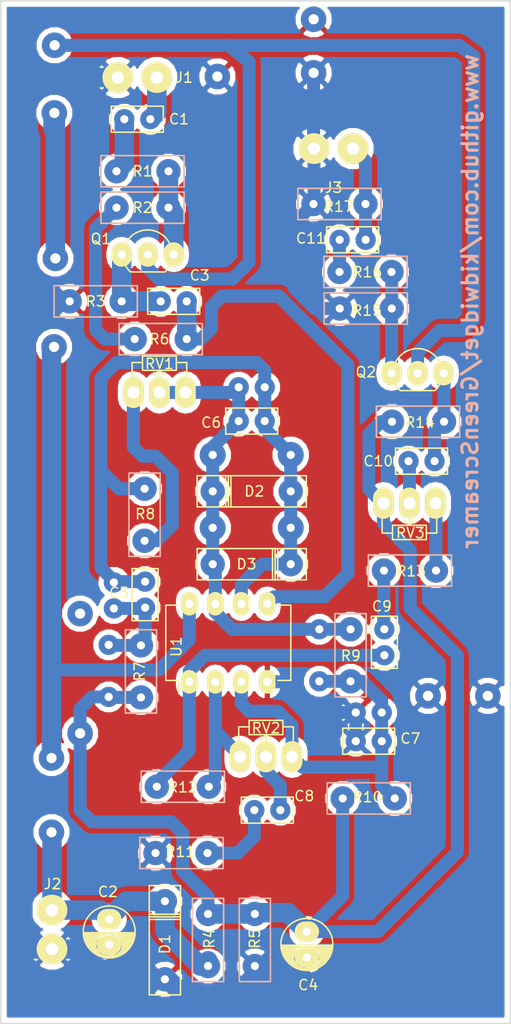
<source format=kicad_pcb>
(kicad_pcb (version 4) (host pcbnew 4.0.2+dfsg1-stable)
  (layers (0 F.Cu signal) (31 B.Cu signal) (34 B.Paste user) (35 F.Paste user) (36 B.SilkS user) (37 F.SilkS user) (38 B.Mask user) (39 F.Mask user) (44 Edge.Cuts user))
  (net 0 "")
  (net 1 "Net-(C1-Pad1)")
  (net 2 "Net-(C1-Pad2)")
  (net 3 +9V)
  (net 4 GNDREF)
  (net 5 "Net-(C3-Pad1)")
  (net 6 "Net-(C3-Pad2)")
  (net 7 /4v5)
  (net 8 "Net-(C5-Pad1)")
  (net 9 "Net-(C5-Pad2)")
  (net 10 "Net-(C6-Pad1)")
  (net 11 "Net-(C7-Pad1)")
  (net 12 "Net-(C8-Pad1)")
  (net 13 "Net-(C8-Pad2)")
  (net 14 "Net-(C9-Pad1)")
  (net 15 "Net-(C9-Pad2)")
  (net 16 "Net-(C10-Pad1)")
  (net 17 "Net-(C10-Pad2)")
  (net 18 "Net-(C11-Pad1)")
  (net 19 "Net-(C11-Pad2)")
  (net 20 "Net-(Q1-Pad3)")
  (net 21 "Net-(Q2-Pad1)")
  (net 22 "Net-(R8-Pad1)")
  (net 23 "Net-(R12-Pad2)")
  (net 24 "Net-(R13-Pad1)")
  (module Wire_Pads:SolderWirePad_single_0-8mmDrill (layer F.Cu) (at 138.684 126.492)
    (fp_text reference REF** hide)
    (fp_text value SolderWirePad_single_0-8mmDrill hide)
    (pad 1 thru_hole circle (at 0 0) (size 1.984375 1.984375) (drill 0.8001) (layers *.Cu *.Mask) (net 11 "Net-(C7-Pad1)"))
  )
  (module Wire_Pads:SolderWirePad_single_0-8mmDrill (layer F.Cu) (at 136.144 126.492)
    (fp_text reference REF** hide)
    (fp_text value SolderWirePad_single_0-8mmDrill hide)
    (pad 1 thru_hole circle (at 0 0) (size 1.984375 1.984375) (drill 0.8001) (layers *.Cu *.Mask) (net 4 GNDREF))
  )
  (module Wire_Pads:SolderWirePad_single_0-8mmDrill (layer F.Cu) (at 132.588 123.444)
    (fp_text reference REF** hide)
    (fp_text value SolderWirePad_single_0-8mmDrill hide)
    (pad 1 thru_hole circle (at 0 0) (size 1.984375 1.984375) (drill 0.8001) (layers *.Cu *.Mask) (net 11 "Net-(C7-Pad1)"))
  )
  (module Wire_Pads:SolderWirePad_single_0-8mmDrill (layer F.Cu) (at 132.588 118.364)
    (fp_text reference REF** hide)
    (fp_text value SolderWirePad_single_0-8mmDrill hide)
    (pad 1 thru_hole circle (at 0 0) (size 1.984375 1.984375) (drill 0.8001) (layers *.Cu *.Mask) (net 10 "Net-(C6-Pad1)"))
  )
  (module Wire_Pads:SolderWirePad_single_0-8mmDrill (layer F.Cu) (at 112.014 124.968)
    (fp_text reference REF** hide)
    (fp_text value SolderWirePad_single_0-8mmDrill hide)
    (pad 1 thru_hole circle (at 0 0) (size 1.984375 1.984375) (drill 0.8001) (layers *.Cu *.Mask) (net 7 /4v5))
  )
  (module Wire_Pads:SolderWirePad_single_0-8mmDrill (layer F.Cu) (at 112.014 119.888)
    (fp_text reference REF** hide)
    (fp_text value SolderWirePad_single_0-8mmDrill hide)
    (pad 1 thru_hole circle (at 0 0) (size 1.984375 1.984375) (drill 0.8001) (layers *.Cu *.Mask) (net 8 "Net-(C5-Pad1)"))
  )
  (module Wire_Pads:SolderWirePad_single_0-8mmDrill (layer F.Cu) (at 112.522 116.332)
    (fp_text reference REF** hide)
    (fp_text value SolderWirePad_single_0-8mmDrill hide)
    (pad 1 thru_hole circle (at 0 0) (size 1.984375 1.984375) (drill 0.8001) (layers *.Cu *.Mask) (net 8 "Net-(C5-Pad1)"))
  )
  (module Wire_Pads:SolderWirePad_single_0-8mmDrill (layer F.Cu) (at 112.522 113.792)
    (fp_text reference REF** hide)
    (fp_text value SolderWirePad_single_0-8mmDrill hide)
    (pad 1 thru_hole circle (at 0 0) (size 1.984375 1.984375) (drill 0.8001) (layers *.Cu *.Mask) (net 9 "Net-(C5-Pad2)"))
  )
  (module Wire_Pads:SolderWirePad_single_0-8mmDrill (layer F.Cu) (at 127.254 94.742)
    (fp_text reference REF** hide)
    (fp_text value SolderWirePad_single_0-8mmDrill hide)
    (pad 1 thru_hole circle (at 0 0) (size 1.984375 1.984375) (drill 0.8001) (layers *.Cu *.Mask) (net 9 "Net-(C5-Pad2)"))
  )
  (module Wire_Pads:SolderWirePad_single_0-8mmDrill (layer F.Cu) (at 124.714 94.742)
    (fp_text reference REF** hide)
    (fp_text value SolderWirePad_single_0-8mmDrill hide)
    (pad 1 thru_hole circle (at 0 0) (size 1.984375 1.984375) (drill 0.8001) (layers *.Cu *.Mask) (net 10 "Net-(C6-Pad1)"))
  )
  (module Wire_Pads:SolderWirePad_single_0-8mmDrill (layer F.Cu) (at 129.794 101.346)
    (fp_text reference REF** hide)
    (fp_text value SolderWirePad_single_0-8mmDrill hide)
    (pad 1 thru_hole circle (at 0 0) (size 2.54 2.54) (drill 0.8001) (layers *.Cu *.Mask) (net 9 "Net-(C5-Pad2)"))
  )
  (module Wire_Pads:SolderWirePad_single_0-8mmDrill (layer F.Cu) (at 122.174 101.346)
    (fp_text reference REF** hide)
    (fp_text value SolderWirePad_single_0-8mmDrill hide)
    (pad 1 thru_hole circle (at 0 0) (size 2.54 2.54) (drill 0.8001) (layers *.Cu *.Mask) (net 10 "Net-(C6-Pad1)"))
  )
  (module Wire_Pads:SolderWirePad_single_0-8mmDrill (layer F.Cu) (at 129.794 108.458)
    (fp_text reference REF** hide)
    (fp_text value SolderWirePad_single_0-8mmDrill hide)
    (pad 1 thru_hole circle (at 0 0) (size 2.54 2.54) (drill 0.8001) (layers *.Cu *.Mask) (net 9 "Net-(C5-Pad2)"))
  )
  (module Wire_Pads:SolderWirePad_single_1mmDrill (layer F.Cu) (at 143.2052 124.8664)
    (fp_text reference REF** hide)
    (fp_text value SolderWirePad_single_1mmDrill hide)
    (pad 1 thru_hole circle (at 0 0) (size 2.49936 2.49936) (drill 1.00076) (layers *.Cu *.Mask) (net 4 GNDREF))
  )
  (module Wire_Pads:SolderWirePad_single_1mmDrill (layer F.Cu) (at 149.0472 124.8664)
    (fp_text reference REF** hide)
    (fp_text value SolderWirePad_single_1mmDrill hide)
    (pad 1 thru_hole circle (at 0 0) (size 2.49936 2.49936) (drill 1.00076) (layers *.Cu *.Mask) (net 4 GNDREF))
  )
  (module Wire_Pads:SolderWirePad_single_1mmDrill (layer F.Cu) (at 122.6312 64.4144)
    (fp_text reference REF** hide)
    (fp_text value SolderWirePad_single_1mmDrill hide)
    (pad 1 thru_hole circle (at 0 0) (size 2.49936 2.49936) (drill 1.00076) (layers *.Cu *.Mask) (net 4 GNDREF))
  )
  (module Wire_Pads:SolderWirePad_single_1mmDrill (layer F.Cu) (at 109.22 128.524)
    (fp_text reference REF** hide)
    (fp_text value SolderWirePad_single_1mmDrill hide)
    (pad 1 thru_hole circle (at 0 0) (size 2.49936 2.49936) (drill 1.00076) (layers *.Cu *.Mask) (net 7 /4v5))
  )
  (module Wire_Pads:SolderWirePad_single_1mmDrill (layer F.Cu) (at 109.22 116.84)
    (fp_text reference REF** hide)
    (fp_text value SolderWirePad_single_1mmDrill hide)
    (pad 1 thru_hole circle (at 0 0) (size 2.49936 2.49936) (drill 1.00076) (layers *.Cu *.Mask) (net 7 /4v5))
  )
  (module Wire_Pads:SolderWirePad_single_1mmDrill (layer F.Cu) (at 132.0292 58.8264)
    (fp_text reference REF** hide)
    (fp_text value SolderWirePad_single_1mmDrill hide)
    (pad 1 thru_hole circle (at 0 0) (size 2.49936 2.49936) (drill 1.00076) (layers *.Cu *.Mask) (net 4 GNDREF))
  )
  (module Wire_Pads:SolderWirePad_single_1mmDrill (layer F.Cu) (at 106.7308 61.3664)
    (fp_text reference REF** hide)
    (fp_text value SolderWirePad_single_1mmDrill hide)
    (pad 1 thru_hole circle (at 0 0) (size 2.49936 2.49936) (drill 1.00076) (layers *.Cu *.Mask) (net 3 +9V))
  )
  (module Wire_Pads:SolderWirePad_single_1mmDrill (layer F.Cu) (at 106.7054 67.9704)
    (fp_text reference REF** hide)
    (fp_text value SolderWirePad_single_1mmDrill hide)
    (pad 1 thru_hole circle (at 0 0) (size 2.49936 2.49936) (drill 1.00076) (layers *.Cu *.Mask) (net 3 +9V))
  )
  (module Wire_Pads:SolderWirePad_single_1mmDrill (layer F.Cu) (at 106.807 82.169)
    (fp_text reference REF** hide)
    (fp_text value SolderWirePad_single_1mmDrill hide)
    (pad 1 thru_hole circle (at 0 0) (size 2.49936 2.49936) (drill 1.00076) (layers *.Cu *.Mask) (net 3 +9V))
  )
  (module Wire_Pads:SolderWirePad_single_1mmDrill (layer F.Cu) (at 106.68 90.805)
    (fp_text reference REF** hide)
    (fp_text value SolderWirePad_single_1mmDrill hide)
    (pad 1 thru_hole circle (at 0 0) (size 2.49936 2.49936) (drill 1.00076) (layers *.Cu *.Mask) (net 3 +9V))
  )
  (module Wire_Pads:SolderWirePad_single_1mmDrill (layer F.Cu) (at 106.426 130.937)
    (fp_text reference REF** hide)
    (fp_text value SolderWirePad_single_1mmDrill hide)
    (pad 1 thru_hole circle (at 0 0) (size 2.49936 2.49936) (drill 1.00076) (layers *.Cu *.Mask) (net 3 +9V))
  )
  (module CustomFootprints:Capacitor1 (layer F.Cu) (at 114.808 68.58)
    (fp_text reference C1 (at 4.064 0) (layer F.SilkS))
    (fp_text value .027uF)
    (pad 1 thru_hole circle (at -1.27 0) (size 1.984375 1.984375) (drill 0.79375) (layers *.Cu *.Mask) (net 1 "Net-(C1-Pad1)"))
    (pad 2 thru_hole circle (at 1.27 0) (size 1.984375 1.984375) (drill 0.79375) (layers *.Cu *.Mask) (net 2 "Net-(C1-Pad2)"))
  )
  (module CustomFootprints:C_Radial_D5_L6_P2.5 (layer F.Cu) (at 112.0648 146.6596 270)
    (fp_text reference C2 (at -2.667 0.127 360) (layer F.SilkS))
    (fp_text value 100uF)
    (pad 1 thru_hole oval (at 0 0 270) (size 1.984375 2.38125) (drill 0.79375) (layers *.Cu *.Mask F.SilkS) (net 3 +9V))
    (pad 2 thru_hole oval (at 2.5 0 270) (size 1.984375 2.38125) (drill 0.79375) (layers *.Cu *.Mask F.SilkS) (net 4 GNDREF))
  )
  (module CustomFootprints:Capacitor1 (layer F.Cu) (at 118.364 86.36 180)
    (fp_text reference C3 (at -2.54 2.54 180) (layer F.SilkS))
    (fp_text value 1uF)
    (pad 1 thru_hole circle (at -1.27 0 180) (size 1.984375 1.984375) (drill 0.79375) (layers *.Cu *.Mask) (net 5 "Net-(C3-Pad1)"))
    (pad 2 thru_hole circle (at 1.27 0 180) (size 1.984375 1.984375) (drill 0.79375) (layers *.Cu *.Mask) (net 6 "Net-(C3-Pad2)"))
  )
  (module CustomFootprints:C_Radial_D5_L6_P2.5 (layer F.Cu) (at 131.3688 147.8788 270)
    (fp_text reference C4 (at 5.207 -0.127 360) (layer F.SilkS))
    (fp_text value 47uF)
    (pad 1 thru_hole oval (at 0 0 270) (size 1.984375 2.38125) (drill 0.79375) (layers *.Cu *.Mask F.SilkS) (net 7 /4v5))
    (pad 2 thru_hole oval (at 2.5 0 270) (size 1.984375 2.38125) (drill 0.79375) (layers *.Cu *.Mask F.SilkS) (net 4 GNDREF))
  )
  (module CustomFootprints:Capacitor1 (layer F.Cu) (at 115.57 114.9858 90)
    (fp_text reference C5 (at 0.1778 -2.54 180) (layer F.SilkS))
    (fp_text value .047uF)
    (pad 1 thru_hole circle (at -1.27 0 90) (size 1.984375 1.984375) (drill 0.79375) (layers *.Cu *.Mask) (net 8 "Net-(C5-Pad1)"))
    (pad 2 thru_hole circle (at 1.27 0 90) (size 1.984375 1.984375) (drill 0.79375) (layers *.Cu *.Mask) (net 9 "Net-(C5-Pad2)"))
  )
  (module CustomFootprints:Capacitor1 (layer F.Cu) (at 125.984 98.044)
    (fp_text reference C6 (at -3.9624 0.1524) (layer F.SilkS))
    (fp_text value 51pF)
    (pad 1 thru_hole circle (at -1.27 0) (size 1.984375 1.984375) (drill 0.79375) (layers *.Cu *.Mask) (net 10 "Net-(C6-Pad1)"))
    (pad 2 thru_hole circle (at 1.27 0) (size 1.984375 1.984375) (drill 0.79375) (layers *.Cu *.Mask) (net 9 "Net-(C5-Pad2)"))
  )
  (module CustomFootprints:Capacitor1 (layer F.Cu) (at 137.414 129.286 180)
    (fp_text reference C7 (at -4.064 0.254 180) (layer F.SilkS))
    (fp_text value ".22uf Tant")
    (pad 1 thru_hole circle (at -1.27 0 180) (size 1.984375 1.984375) (drill 0.79375) (layers *.Cu *.Mask) (net 11 "Net-(C7-Pad1)"))
    (pad 2 thru_hole circle (at 1.27 0 180) (size 1.984375 1.984375) (drill 0.79375) (layers *.Cu *.Mask) (net 4 GNDREF))
  )
  (module CustomFootprints:Capacitor1 (layer F.Cu) (at 127.508 136.017 180)
    (fp_text reference C8 (at -3.6068 1.3716 180) (layer F.SilkS))
    (fp_text value ".22uf Tant")
    (pad 1 thru_hole circle (at -1.27 0 180) (size 1.984375 1.984375) (drill 0.79375) (layers *.Cu *.Mask) (net 12 "Net-(C8-Pad1)"))
    (pad 2 thru_hole circle (at 1.27 0 180) (size 1.984375 1.984375) (drill 0.79375) (layers *.Cu *.Mask) (net 13 "Net-(C8-Pad2)"))
  )
  (module CustomFootprints:Capacitor1 (layer F.Cu) (at 138.938 119.634 270)
    (fp_text reference C9 (at -3.5052 0.2413 360) (layer F.SilkS))
    (fp_text value 1uF)
    (pad 1 thru_hole circle (at -1.27 0 270) (size 1.984375 1.984375) (drill 0.79375) (layers *.Cu *.Mask) (net 14 "Net-(C9-Pad1)"))
    (pad 2 thru_hole circle (at 1.27 0 270) (size 1.984375 1.984375) (drill 0.79375) (layers *.Cu *.Mask) (net 15 "Net-(C9-Pad2)"))
  )
  (module CustomFootprints:Capacitor1 (layer F.Cu) (at 142.5702 101.9556 180)
    (fp_text reference C10 (at 4.2291 0 180) (layer F.SilkS))
    (fp_text value .1uF)
    (pad 1 thru_hole circle (at -1.27 0 180) (size 1.984375 1.984375) (drill 0.79375) (layers *.Cu *.Mask) (net 16 "Net-(C10-Pad1)"))
    (pad 2 thru_hole circle (at 1.27 0 180) (size 1.984375 1.984375) (drill 0.79375) (layers *.Cu *.Mask) (net 17 "Net-(C10-Pad2)"))
  )
  (module CustomFootprints:Capacitor1 (layer F.Cu) (at 135.8392 80.3529)
    (fp_text reference C11 (at -4.0767 -0.1397) (layer F.SilkS))
    (fp_text value 10uF)
    (pad 1 thru_hole circle (at -1.27 0) (size 1.984375 1.984375) (drill 0.79375) (layers *.Cu *.Mask) (net 18 "Net-(C11-Pad1)"))
    (pad 2 thru_hole circle (at 1.27 0) (size 1.984375 1.984375) (drill 0.79375) (layers *.Cu *.Mask) (net 19 "Net-(C11-Pad2)"))
  )
  (module CustomFootprints:diode3 (layer F.Cu) (at 117.5004 148.717 270)
    (fp_text reference D1 (at 0.381 0 270) (layer F.SilkS))
    (fp_text value 1N4003)
    (pad 1 thru_hole circle (at -3.81 0 270) (size 2.38125 2.38125) (drill 0.79375) (layers *.Cu *.Mask) (net 3 +9V))
    (pad 2 thru_hole circle (at 3.81 0 270) (size 2.38125 2.38125) (drill 0.79375) (layers *.Cu *.Mask) (net 4 GNDREF))
  )
  (module CustomFootprints:diode3 (layer F.Cu) (at 125.984 104.902)
    (fp_text reference D2 (at 0.254 0) (layer F.SilkS))
    (fp_text value 1N914)
    (pad 1 thru_hole circle (at -3.81 0) (size 2.38125 2.38125) (drill 0.79375) (layers *.Cu *.Mask) (net 10 "Net-(C6-Pad1)"))
    (pad 2 thru_hole circle (at 3.81 0) (size 2.38125 2.38125) (drill 0.79375) (layers *.Cu *.Mask) (net 9 "Net-(C5-Pad2)"))
  )
  (module CustomFootprints:diode3 (layer F.Cu) (at 125.984 112.014 180)
    (fp_text reference D3 (at 0.508 0 180) (layer F.SilkS))
    (fp_text value 1N914)
    (pad 1 thru_hole circle (at -3.81 0 180) (size 2.38125 2.38125) (drill 0.79375) (layers *.Cu *.Mask) (net 9 "Net-(C5-Pad2)"))
    (pad 2 thru_hole circle (at 3.81 0 180) (size 2.38125 2.38125) (drill 0.79375) (layers *.Cu *.Mask) (net 10 "Net-(C6-Pad1)"))
  )
  (module CustomFootprints:MonoJackRemote (layer F.Cu) (at 114.808 64.516 180)
    (fp_text reference J1 (at -4.572 0 180) (layer F.SilkS))
    (fp_text value JackMono)
    (pad 1 thru_hole circle (at -1.905 0 180) (size 2.99974 2.99974) (drill 1.19888) (layers *.Cu *.Mask F.SilkS) (net 2 "Net-(C1-Pad2)"))
    (pad 2 thru_hole circle (at 1.905 0 180) (size 2.99974 2.99974) (drill 1.19888) (layers *.Cu *.Mask F.SilkS) (net 4 GNDREF))
  )
  (module CustomFootprints:MonoJackRemote (layer F.Cu) (at 106.4768 147.6756 270)
    (fp_text reference J2 (at -4.445 -0.0508 360) (layer F.SilkS))
    (fp_text value JackMono)
    (pad 1 thru_hole circle (at -1.905 0 270) (size 2.99974 2.99974) (drill 1.19888) (layers *.Cu *.Mask F.SilkS) (net 3 +9V))
    (pad 2 thru_hole circle (at 1.905 0 270) (size 2.99974 2.99974) (drill 1.19888) (layers *.Cu *.Mask F.SilkS) (net 4 GNDREF))
  )
  (module CustomFootprints:MonoJackRemote (layer F.Cu) (at 133.9723 71.4502 180)
    (fp_text reference J3 (at 0 -3.81 180) (layer F.SilkS))
    (fp_text value JackMono)
    (pad 1 thru_hole circle (at -1.905 0 180) (size 2.99974 2.99974) (drill 1.19888) (layers *.Cu *.Mask F.SilkS) (net 19 "Net-(C11-Pad2)"))
    (pad 2 thru_hole circle (at 1.905 0 180) (size 2.99974 2.99974) (drill 1.19888) (layers *.Cu *.Mask F.SilkS) (net 4 GNDREF))
  )
  (module CustomFootprints:TO-92_Inline_Wide_Oval (layer F.Cu) (at 113.284 81.788)
    (fp_text reference Q1 (at -2.032 -1.524 180) (layer F.SilkS))
    (fp_text value KSC1518)
    (pad 2 thru_hole oval (at 2.54 0 90) (size 2.38125 1.984375) (drill 0.79375) (layers *.Cu *.Mask F.SilkS) (net 3 +9V))
    (pad 3 thru_hole oval (at 5.08 0 90) (size 2.38125 1.984375) (drill 0.79375) (layers *.Cu *.Mask F.SilkS) (net 20 "Net-(Q1-Pad3)"))
    (pad 1 thru_hole oval (at 0 0 90) (size 2.38125 1.984375) (drill 0.79375) (layers *.Cu *.Mask F.SilkS) (net 6 "Net-(C3-Pad2)"))
  )
  (module CustomFootprints:TO-92_Inline_Wide_Oval (layer F.Cu) (at 139.6492 93.3704)
    (fp_text reference Q2 (at -2.5146 -0.1016 180) (layer F.SilkS))
    (fp_text value KSC1518)
    (pad 2 thru_hole oval (at 2.54 0 90) (size 2.38125 1.984375) (drill 0.79375) (layers *.Cu *.Mask F.SilkS) (net 3 +9V))
    (pad 3 thru_hole oval (at 5.08 0 90) (size 2.38125 1.984375) (drill 0.79375) (layers *.Cu *.Mask F.SilkS) (net 16 "Net-(C10-Pad1)"))
    (pad 1 thru_hole oval (at 0 0 90) (size 2.38125 1.984375) (drill 0.79375) (layers *.Cu *.Mask F.SilkS) (net 21 "Net-(Q2-Pad1)"))
  )
  (module CustomFootprints:Resistor2 (layer F.Cu) (at 115.316 73.66 180)
    (fp_text reference R1 (at 0 0 180) (layer F.SilkS))
    (fp_text value 1k)
    (pad 1 thru_hole circle (at -2.54 0 180) (size 2.38125 2.38125) (drill 0.79375) (layers *.Cu *.Mask) (net 20 "Net-(Q1-Pad3)"))
    (pad 2 thru_hole circle (at 2.54 0 180) (size 2.38125 2.38125) (drill 0.79375) (layers *.Cu *.Mask) (net 1 "Net-(C1-Pad1)"))
  )
  (module CustomFootprints:Resistor2 (layer F.Cu) (at 115.316 77.216 180)
    (fp_text reference R2 (at 0 0 180) (layer F.SilkS))
    (fp_text value 510k)
    (pad 1 thru_hole circle (at -2.54 0 180) (size 2.38125 2.38125) (drill 0.79375) (layers *.Cu *.Mask) (net 20 "Net-(Q1-Pad3)"))
    (pad 2 thru_hole circle (at 2.54 0 180) (size 2.38125 2.38125) (drill 0.79375) (layers *.Cu *.Mask) (net 7 /4v5))
  )
  (module CustomFootprints:Resistor2 (layer F.Cu) (at 110.744 86.36 180)
    (fp_text reference R3 (at 0 0 180) (layer F.SilkS))
    (fp_text value 10k)
    (pad 1 thru_hole circle (at -2.54 0 180) (size 2.38125 2.38125) (drill 0.79375) (layers *.Cu *.Mask) (net 6 "Net-(C3-Pad2)"))
    (pad 2 thru_hole circle (at 2.54 0 180) (size 2.38125 2.38125) (drill 0.79375) (layers *.Cu *.Mask) (net 4 GNDREF))
  )
  (module CustomFootprints:Resistor2 (layer F.Cu) (at 121.7168 148.6916 90)
    (fp_text reference R4 (at 0.127 0.127 90) (layer F.SilkS))
    (fp_text value 10k)
    (pad 1 thru_hole circle (at -2.54 0 90) (size 2.38125 2.38125) (drill 0.79375) (layers *.Cu *.Mask) (net 3 +9V))
    (pad 2 thru_hole circle (at 2.54 0 90) (size 2.38125 2.38125) (drill 0.79375) (layers *.Cu *.Mask) (net 7 /4v5))
  )
  (module CustomFootprints:Resistor2 (layer F.Cu) (at 126.2888 148.6916 270)
    (fp_text reference R5 (at -0.127 0 270) (layer F.SilkS))
    (fp_text value 10k)
    (pad 1 thru_hole circle (at -2.54 0 270) (size 2.38125 2.38125) (drill 0.79375) (layers *.Cu *.Mask) (net 7 /4v5))
    (pad 2 thru_hole circle (at 2.54 0 270) (size 2.38125 2.38125) (drill 0.79375) (layers *.Cu *.Mask) (net 4 GNDREF))
  )
  (module CustomFootprints:Resistor2 (layer F.Cu) (at 117.094 90.043 180)
    (fp_text reference R6 (at 0.127 0 180) (layer F.SilkS))
    (fp_text value 10k)
    (pad 1 thru_hole circle (at -2.54 0 180) (size 2.38125 2.38125) (drill 0.79375) (layers *.Cu *.Mask) (net 5 "Net-(C3-Pad1)"))
    (pad 2 thru_hole circle (at 2.54 0 180) (size 2.38125 2.38125) (drill 0.79375) (layers *.Cu *.Mask) (net 7 /4v5))
  )
  (module CustomFootprints:Resistor2 (layer F.Cu) (at 115.1636 122.4788 270)
    (fp_text reference R7 (at 0 0.127 270) (layer F.SilkS))
    (fp_text value 4.7k)
    (pad 1 thru_hole circle (at -2.54 0 270) (size 2.38125 2.38125) (drill 0.79375) (layers *.Cu *.Mask) (net 8 "Net-(C5-Pad1)"))
    (pad 2 thru_hole circle (at 2.54 0 270) (size 2.38125 2.38125) (drill 0.79375) (layers *.Cu *.Mask) (net 7 /4v5))
  )
  (module CustomFootprints:Resistor2 (layer F.Cu) (at 115.5192 107.188 90)
    (fp_text reference R8 (at 0.0635 0.0635 180) (layer F.SilkS))
    (fp_text value 51k)
    (pad 1 thru_hole circle (at -2.54 0 90) (size 2.38125 2.38125) (drill 0.79375) (layers *.Cu *.Mask) (net 22 "Net-(R8-Pad1)"))
    (pad 2 thru_hole circle (at 2.54 0 90) (size 2.38125 2.38125) (drill 0.79375) (layers *.Cu *.Mask) (net 9 "Net-(C5-Pad2)"))
  )
  (module CustomFootprints:Resistor2 (layer F.Cu) (at 135.636 120.904 90)
    (fp_text reference R9 (at -0.0508 0.0254 180) (layer F.SilkS))
    (fp_text value 1k)
    (pad 1 thru_hole circle (at -2.54 0 90) (size 2.38125 2.38125) (drill 0.79375) (layers *.Cu *.Mask) (net 11 "Net-(C7-Pad1)"))
    (pad 2 thru_hole circle (at 2.54 0 90) (size 2.38125 2.38125) (drill 0.79375) (layers *.Cu *.Mask) (net 10 "Net-(C6-Pad1)"))
  )
  (module CustomFootprints:Resistor2 (layer F.Cu) (at 137.414 134.874 180)
    (fp_text reference R10 (at 0.127 0.127 180) (layer F.SilkS))
    (fp_text value 10k)
    (pad 1 thru_hole circle (at -2.54 0 180) (size 2.38125 2.38125) (drill 0.79375) (layers *.Cu *.Mask) (net 11 "Net-(C7-Pad1)"))
    (pad 2 thru_hole circle (at 2.54 0 180) (size 2.38125 2.38125) (drill 0.79375) (layers *.Cu *.Mask) (net 7 /4v5))
  )
  (module CustomFootprints:Resistor2 (layer F.Cu) (at 119.126 140.208 180)
    (fp_text reference R11 (at 0.127 0.127 180) (layer F.SilkS))
    (fp_text value 220)
    (pad 1 thru_hole circle (at -2.54 0 180) (size 2.38125 2.38125) (drill 0.79375) (layers *.Cu *.Mask) (net 13 "Net-(C8-Pad2)"))
    (pad 2 thru_hole circle (at 2.54 0 180) (size 2.38125 2.38125) (drill 0.79375) (layers *.Cu *.Mask) (net 4 GNDREF))
  )
  (module CustomFootprints:Resistor2 (layer F.Cu) (at 119.253 133.731)
    (fp_text reference R12 (at 0 0.0508 180) (layer F.SilkS))
    (fp_text value 1k)
    (pad 1 thru_hole circle (at -2.54 0) (size 2.38125 2.38125) (drill 0.79375) (layers *.Cu *.Mask) (net 15 "Net-(C9-Pad2)"))
    (pad 2 thru_hole circle (at 2.54 0) (size 2.38125 2.38125) (drill 0.79375) (layers *.Cu *.Mask) (net 23 "Net-(R12-Pad2)"))
  )
  (module CustomFootprints:Resistor2 (layer F.Cu) (at 141.4399 112.6363 180)
    (fp_text reference R13 (at -0.1143 -0.0635 180) (layer F.SilkS))
    (fp_text value 1k)
    (pad 1 thru_hole circle (at -2.54 0 180) (size 2.38125 2.38125) (drill 0.79375) (layers *.Cu *.Mask) (net 24 "Net-(R13-Pad1)"))
    (pad 2 thru_hole circle (at 2.54 0 180) (size 2.38125 2.38125) (drill 0.79375) (layers *.Cu *.Mask) (net 14 "Net-(C9-Pad1)"))
  )
  (module CustomFootprints:Resistor2 (layer F.Cu) (at 142.2273 98.1075)
    (fp_text reference R14 (at 0.1905 0.0762) (layer F.SilkS))
    (fp_text value 510k)
    (pad 1 thru_hole circle (at -2.54 0) (size 2.38125 2.38125) (drill 0.79375) (layers *.Cu *.Mask) (net 7 /4v5))
    (pad 2 thru_hole circle (at 2.54 0) (size 2.38125 2.38125) (drill 0.79375) (layers *.Cu *.Mask) (net 16 "Net-(C10-Pad1)"))
  )
  (module CustomFootprints:Resistor2 (layer F.Cu) (at 137.1219 87.0585)
    (fp_text reference R15 (at 0.127 0.2032) (layer F.SilkS))
    (fp_text value 10k)
    (pad 1 thru_hole circle (at -2.54 0) (size 2.38125 2.38125) (drill 0.79375) (layers *.Cu *.Mask) (net 4 GNDREF))
    (pad 2 thru_hole circle (at 2.54 0) (size 2.38125 2.38125) (drill 0.79375) (layers *.Cu *.Mask) (net 21 "Net-(Q2-Pad1)"))
  )
  (module CustomFootprints:Resistor2 (layer F.Cu) (at 137.0965 83.4898 180)
    (fp_text reference R16 (at -0.1778 -0.0254 180) (layer F.SilkS))
    (fp_text value 100)
    (pad 1 thru_hole circle (at -2.54 0 180) (size 2.38125 2.38125) (drill 0.79375) (layers *.Cu *.Mask) (net 21 "Net-(Q2-Pad1)"))
    (pad 2 thru_hole circle (at 2.54 0 180) (size 2.38125 2.38125) (drill 0.79375) (layers *.Cu *.Mask) (net 18 "Net-(C11-Pad1)"))
  )
  (module CustomFootprints:Resistor2 (layer F.Cu) (at 134.5565 76.8604)
    (fp_text reference R17 (at -0.0762 0.254) (layer F.SilkS))
    (fp_text value 10k)
    (pad 1 thru_hole circle (at -2.54 0) (size 2.38125 2.38125) (drill 0.79375) (layers *.Cu *.Mask) (net 4 GNDREF))
    (pad 2 thru_hole circle (at 2.54 0) (size 2.38125 2.38125) (drill 0.79375) (layers *.Cu *.Mask) (net 19 "Net-(C11-Pad2)"))
  )
  (module CustomFootprints:Potentiometer_WirePads_Small_Oval (layer F.Cu) (at 114.427 95.25 90)
    (fp_text reference RV1 (at 2.794 2.54 180) (layer F.SilkS))
    (fp_text value 500k)
    (pad 2 thru_hole oval (at 0 2.54 90) (size 3.048 2.032) (drill 1.190625) (layers *.Cu *.Mask F.SilkS) (net 10 "Net-(C6-Pad1)"))
    (pad 3 thru_hole oval (at 0 5.08 90) (size 3.048 2.032) (drill 1.190625) (layers *.Cu *.Mask F.SilkS) (net 10 "Net-(C6-Pad1)"))
    (pad 1 thru_hole oval (at 0 0 90) (size 3.048 2.032) (drill 1.190625) (layers *.Cu *.Mask F.SilkS) (net 22 "Net-(R8-Pad1)"))
  )
  (module CustomFootprints:Potentiometer_WirePads_Small_Oval (layer F.Cu) (at 124.841 130.81 90)
    (fp_text reference RV2 (at 2.794 2.54 180) (layer F.SilkS))
    (fp_text value 20k)
    (pad 2 thru_hole oval (at 0 2.54 90) (size 3.048 2.032) (drill 1.190625) (layers *.Cu *.Mask F.SilkS) (net 12 "Net-(C8-Pad1)"))
    (pad 3 thru_hole oval (at 0 5.08 90) (size 3.048 2.032) (drill 1.190625) (layers *.Cu *.Mask F.SilkS) (net 11 "Net-(C7-Pad1)"))
    (pad 1 thru_hole oval (at 0 0 90) (size 3.048 2.032) (drill 1.190625) (layers *.Cu *.Mask F.SilkS) (net 23 "Net-(R12-Pad2)"))
  )
  (module CustomFootprints:Potentiometer_WirePads_Small_Oval (layer F.Cu) (at 143.9291 106.0577 270)
    (fp_text reference RV3 (at 2.9083 2.4511 360) (layer F.SilkS))
    (fp_text value 100k)
    (pad 2 thru_hole oval (at 0 2.54 270) (size 3.048 2.032) (drill 1.190625) (layers *.Cu *.Mask F.SilkS) (net 17 "Net-(C10-Pad2)"))
    (pad 3 thru_hole oval (at 0 5.08 270) (size 3.048 2.032) (drill 1.190625) (layers *.Cu *.Mask F.SilkS) (net 7 /4v5))
    (pad 1 thru_hole oval (at 0 0 270) (size 3.048 2.032) (drill 1.190625) (layers *.Cu *.Mask F.SilkS) (net 24 "Net-(R13-Pad1)"))
  )
  (module Housings_DIP:DIP-8_W7.62mm_LongPads (layer F.Cu) (at 119.888 123.4948 90)
    (fp_text reference U1 (at 3.429 -1.27 90) (layer F.SilkS))
    (fp_text value JNR4558)
    (pad 1 thru_hole oval (at 0 0 90) (size 2.3 1.6) (drill 0.8) (layers *.Cu *.Mask F.SilkS) (net 15 "Net-(C9-Pad2)"))
    (pad 2 thru_hole oval (at 0 2.54 90) (size 2.3 1.6) (drill 0.8) (layers *.Cu *.Mask F.SilkS) (net 23 "Net-(R12-Pad2)"))
    (pad 3 thru_hole oval (at 0 5.08 90) (size 2.3 1.6) (drill 0.8) (layers *.Cu *.Mask F.SilkS) (net 11 "Net-(C7-Pad1)"))
    (pad 4 thru_hole oval (at 0 7.62 90) (size 2.3 1.6) (drill 0.8) (layers *.Cu *.Mask F.SilkS) (net 4 GNDREF))
    (pad 5 thru_hole oval (at 7.62 7.62 90) (size 2.3 1.6) (drill 0.8) (layers *.Cu *.Mask F.SilkS) (net 5 "Net-(C3-Pad1)"))
    (pad 6 thru_hole oval (at 7.62 5.08 90) (size 2.3 1.6) (drill 0.8) (layers *.Cu *.Mask F.SilkS) (net 9 "Net-(C5-Pad2)"))
    (pad 7 thru_hole oval (at 7.62 2.54 90) (size 2.3 1.6) (drill 0.8) (layers *.Cu *.Mask F.SilkS) (net 10 "Net-(C6-Pad1)"))
    (pad 8 thru_hole oval (at 7.62 0 90) (size 2.3 1.6) (drill 0.8) (layers *.Cu *.Mask F.SilkS) (net 3 +9V))
  )
  (module Wire_Pads:SolderWirePad_single_1mmDrill (layer F.Cu) (at 106.426 138.176)
    (fp_text reference REF** hide)
    (fp_text value SolderWirePad_single_1mmDrill hide)
    (pad 1 thru_hole circle (at 0 0) (size 2.49936 2.49936) (drill 1.00076) (layers *.Cu *.Mask) (net 3 +9V))
  )
  (module Wire_Pads:SolderWirePad_single_1mmDrill (layer F.Cu) (at 132.0292 64.0588)
    (fp_text reference REF** hide)
    (fp_text value SolderWirePad_single_1mmDrill hide)
    (pad 1 thru_hole circle (at 0 0) (size 2.49936 2.49936) (drill 1.00076) (layers *.Cu *.Mask) (net 4 GNDREF))
  )
  (module Wire_Pads:SolderWirePad_single_0-8mmDrill (layer F.Cu) (at 122.174 108.458)
    (fp_text reference REF** hide)
    (fp_text value SolderWirePad_single_0-8mmDrill hide)
    (pad 1 thru_hole circle (at 0 0) (size 2.54 2.54) (drill 0.8001) (layers *.Cu *.Mask) (net 10 "Net-(C6-Pad1)"))
  )
  (gr_text www.github.com/kidwidget/GreenScreamer (at 147.32 86.36 90) (layer B.SilkS) (effects (font (size 1.5 1.5) (thickness 0.3)) (justify mirror)))
  (gr_line (start 151.257 57.023) (end 101.473 57.023) (angle 90) (layer Edge.Cuts) (width 0.15))
  (gr_line (start 151.257 156.845) (end 151.257 57.023) (angle 90) (layer Edge.Cuts) (width 0.15))
  (gr_line (start 101.473 156.845) (end 151.257 156.845) (angle 90) (layer Edge.Cuts) (width 0.15))
  (gr_line (start 101.473 57.023) (end 101.473 156.845) (angle 90) (layer Edge.Cuts) (width 0.15))
  (segment (start 113.538 68.58) (end 113.538 72.898) (width 1.905) (layer B.Cu) (net 1))
  (segment (start 113.538 72.898) (end 112.776 73.66) (width 1.905) (layer B.Cu) (net 1))
  (segment (start 113.538 72.898) (end 112.776 73.66) (width 1.27) (layer B.Cu) (net 1))
  (segment (start 116.713 64.516) (end 116.713 67.945) (width 1.905) (layer B.Cu) (net 2))
  (segment (start 116.713 67.945) (end 116.078 68.58) (width 1.905) (layer B.Cu) (net 2))
  (segment (start 116.713 67.945) (end 116.078 68.58) (width 1.27) (layer B.Cu) (net 2))
  (segment (start 119.888 115.8748) (end 119.888 119.38) (width 1.27) (layer B.Cu) (net 3))
  (segment (start 116.9416 122.3264) (end 106.426 122.3264) (width 1.27) (layer B.Cu) (net 3))
  (segment (start 119.888 119.38) (end 116.9416 122.3264) (width 1.27) (layer B.Cu) (net 3))
  (segment (start 142.1892 93.3704) (end 142.1892 91.3384) (width 1.27) (layer B.Cu) (net 3))
  (segment (start 146.2024 61.3664) (end 123.698 61.3664) (width 1.27) (layer B.Cu) (net 3))
  (segment (start 147.6756 62.4332) (end 146.2024 61.3664) (width 1.27) (layer B.Cu) (net 3))
  (segment (start 147.6756 88.0872) (end 147.6756 62.4332) (width 1.27) (layer B.Cu) (net 3))
  (segment (start 146.558 89.2048) (end 147.6756 88.0872) (width 1.27) (layer B.Cu) (net 3))
  (segment (start 144.3228 89.2048) (end 146.558 89.2048) (width 1.27) (layer B.Cu) (net 3))
  (segment (start 142.1892 91.3384) (end 144.3228 89.2048) (width 1.27) (layer B.Cu) (net 3))
  (segment (start 115.824 81.788) (end 115.824 83.1088) (width 1.27) (layer B.Cu) (net 3))
  (segment (start 123.698 61.3664) (end 106.7308 61.3664) (width 1.27) (layer B.Cu) (net 3))
  (segment (start 125.73 62.992) (end 123.698 61.3664) (width 1.27) (layer B.Cu) (net 3))
  (segment (start 125.73 82.55) (end 125.73 62.992) (width 1.27) (layer B.Cu) (net 3))
  (segment (start 124.1044 84.1756) (end 125.73 82.55) (width 1.27) (layer B.Cu) (net 3))
  (segment (start 116.8908 84.1756) (end 124.1044 84.1756) (width 1.27) (layer B.Cu) (net 3))
  (segment (start 115.824 83.1088) (end 116.8908 84.1756) (width 1.27) (layer B.Cu) (net 3))
  (segment (start 106.807 82.169) (end 106.807 68.072) (width 1.905) (layer B.Cu) (net 3))
  (segment (start 106.807 68.072) (end 106.5784 68.3006) (width 1.905) (layer B.Cu) (net 3))
  (segment (start 106.5784 68.3006) (end 106.5784 69.4944) (width 1.905) (layer B.Cu) (net 3))
  (segment (start 106.426 130.937) (end 106.426 122.3264) (width 1.905) (layer B.Cu) (net 3))
  (segment (start 106.426 122.3264) (end 106.426 91.059) (width 1.905) (layer B.Cu) (net 3))
  (segment (start 106.426 91.059) (end 106.68 90.805) (width 1.905) (layer B.Cu) (net 3))
  (segment (start 106.4768 145.7706) (end 106.4768 138.2268) (width 1.905) (layer B.Cu) (net 3))
  (segment (start 106.4768 138.2268) (end 106.426 138.176) (width 1.905) (layer B.Cu) (net 3))
  (segment (start 117.5004 144.907) (end 117.5004 147.7772) (width 1.905) (layer B.Cu) (net 3))
  (segment (start 117.5004 147.7772) (end 120.9548 151.2316) (width 1.905) (layer B.Cu) (net 3))
  (segment (start 120.9548 151.2316) (end 121.7168 151.2316) (width 1.905) (layer B.Cu) (net 3))
  (segment (start 112.0648 146.6596) (end 112.0648 146.5326) (width 1.905) (layer B.Cu) (net 3))
  (segment (start 112.0648 146.5326) (end 113.6904 144.907) (width 1.905) (layer B.Cu) (net 3))
  (segment (start 113.6904 144.907) (end 117.5004 144.907) (width 1.905) (layer B.Cu) (net 3))
  (segment (start 121.7168 151.2316) (end 121.7168 150.7236) (width 1.905) (layer B.Cu) (net 3))
  (segment (start 106.4768 145.7706) (end 111.1758 145.7706) (width 1.905) (layer B.Cu) (net 3))
  (segment (start 111.1758 145.7706) (end 112.0648 146.6596) (width 1.905) (layer B.Cu) (net 3))
  (segment (start 136.144 126.492) (end 132.08 126.492) (width 1.27) (layer B.Cu) (net 4))
  (segment (start 129.0828 123.4948) (end 127.508 123.4948) (width 1.27) (layer B.Cu) (net 4))
  (segment (start 132.08 126.492) (end 129.0828 123.4948) (width 1.27) (layer B.Cu) (net 4))
  (segment (start 136.144 129.286) (end 136.144 126.492) (width 1.27) (layer B.Cu) (net 4))
  (segment (start 134.5819 87.0585) (end 132.1181 87.0585) (width 1.27) (layer B.Cu) (net 4))
  (segment (start 130.0988 78.7781) (end 132.0165 76.8604) (width 1.27) (layer B.Cu) (net 4))
  (segment (start 130.0988 85.0392) (end 130.0988 78.7781) (width 1.27) (layer B.Cu) (net 4))
  (segment (start 132.1181 87.0585) (end 130.0988 85.0392) (width 1.27) (layer B.Cu) (net 4))
  (segment (start 132.0292 64.0588) (end 132.0292 71.4121) (width 1.27) (layer B.Cu) (net 4))
  (segment (start 132.0292 71.4121) (end 132.0673 71.4502) (width 1.27) (layer B.Cu) (net 4))
  (segment (start 132.0673 71.4502) (end 132.0673 76.8096) (width 1.27) (layer B.Cu) (net 4))
  (segment (start 132.0673 76.8096) (end 132.0165 76.8604) (width 1.27) (layer B.Cu) (net 4))
  (segment (start 106.4768 149.5806) (end 104.9274 149.5806) (width 1.905) (layer B.Cu) (net 4))
  (segment (start 103.632 148.2852) (end 103.632 136.398) (width 1.905) (layer B.Cu) (net 4))
  (segment (start 103.632 136.398) (end 103.632 85.852) (width 1.905) (layer B.Cu) (net 4))
  (segment (start 104.9274 149.5806) (end 103.632 148.2852) (width 1.905) (layer B.Cu) (net 4))
  (segment (start 126.2888 151.2316) (end 130.516 151.2316) (width 1.905) (layer B.Cu) (net 4))
  (segment (start 130.516 151.2316) (end 131.3688 150.3788) (width 1.905) (layer B.Cu) (net 4))
  (segment (start 117.5004 152.527) (end 117.7798 152.527) (width 1.905) (layer B.Cu) (net 4))
  (segment (start 117.7798 152.527) (end 120.0912 154.8384) (width 1.905) (layer B.Cu) (net 4))
  (segment (start 126.2888 153.3144) (end 126.2888 151.2316) (width 1.905) (layer B.Cu) (net 4))
  (segment (start 124.7648 154.8384) (end 126.2888 153.3144) (width 1.905) (layer B.Cu) (net 4))
  (segment (start 120.0912 154.8384) (end 124.7648 154.8384) (width 1.905) (layer B.Cu) (net 4))
  (segment (start 112.0648 149.1596) (end 112.0756 149.1596) (width 1.905) (layer B.Cu) (net 4))
  (segment (start 112.0756 149.1596) (end 115.443 152.527) (width 1.905) (layer B.Cu) (net 4))
  (segment (start 115.443 152.527) (end 117.5004 152.527) (width 1.905) (layer B.Cu) (net 4))
  (segment (start 108.204 86.36) (end 104.14 86.36) (width 1.905) (layer B.Cu) (net 4))
  (segment (start 104.14 86.36) (end 103.632 85.852) (width 1.905) (layer B.Cu) (net 4))
  (segment (start 106.172 64.516) (end 112.903 64.516) (width 1.905) (layer B.Cu) (net 4))
  (segment (start 103.632 85.852) (end 103.632 67.056) (width 1.905) (layer B.Cu) (net 4))
  (segment (start 103.632 67.056) (end 106.172 64.516) (width 1.905) (layer B.Cu) (net 4))
  (segment (start 112.0648 149.1596) (end 112.0648 149.1996) (width 1.905) (layer B.Cu) (net 4))
  (segment (start 106.4768 149.5806) (end 111.6438 149.5806) (width 1.905) (layer B.Cu) (net 4))
  (segment (start 111.6438 149.5806) (end 112.0648 149.1596) (width 1.905) (layer B.Cu) (net 4))
  (segment (start 119.634 90.043) (end 121.031 90.043) (width 1.27) (layer B.Cu) (net 5))
  (segment (start 133.096 115.189) (end 128.1938 115.189) (width 1.27) (layer B.Cu) (net 5))
  (segment (start 135.382 112.903) (end 133.096 115.189) (width 1.27) (layer B.Cu) (net 5))
  (segment (start 135.382 92.583) (end 135.382 112.903) (width 1.27) (layer B.Cu) (net 5))
  (segment (start 128.651 85.852) (end 135.382 92.583) (width 1.27) (layer B.Cu) (net 5))
  (segment (start 123.063 85.852) (end 128.651 85.852) (width 1.27) (layer B.Cu) (net 5))
  (segment (start 122.047 86.868) (end 123.063 85.852) (width 1.27) (layer B.Cu) (net 5))
  (segment (start 122.047 89.027) (end 122.047 86.868) (width 1.27) (layer B.Cu) (net 5))
  (segment (start 121.031 90.043) (end 122.047 89.027) (width 1.27) (layer B.Cu) (net 5))
  (segment (start 128.1938 115.189) (end 127.508 115.8748) (width 1.27) (layer B.Cu) (net 5))
  (segment (start 119.634 86.36) (end 119.634 90.043) (width 1.905) (layer B.Cu) (net 5))
  (segment (start 113.284 86.36) (end 117.094 86.36) (width 1.905) (layer B.Cu) (net 6))
  (segment (start 113.284 81.788) (end 113.284 86.36) (width 1.905) (layer B.Cu) (net 6))
  (segment (start 134.874 134.874) (end 134.874 144.3736) (width 1.27) (layer B.Cu) (net 7))
  (segment (start 134.874 144.3736) (end 131.3688 147.8788) (width 1.27) (layer B.Cu) (net 7))
  (segment (start 109.22 128.524) (end 109.22 126.111) (width 1.27) (layer B.Cu) (net 7))
  (segment (start 110.363 124.968) (end 112.014 124.968) (width 1.27) (layer B.Cu) (net 7))
  (segment (start 109.22 126.111) (end 110.363 124.968) (width 1.27) (layer B.Cu) (net 7))
  (segment (start 121.7168 146.1516) (end 121.7168 144.4498) (width 1.27) (layer B.Cu) (net 7))
  (segment (start 109.22 136.017) (end 109.22 128.524) (width 1.27) (layer B.Cu) (net 7))
  (segment (start 110.363 137.16) (end 109.22 136.017) (width 1.27) (layer B.Cu) (net 7))
  (segment (start 118.11 137.16) (end 110.363 137.16) (width 1.27) (layer B.Cu) (net 7))
  (segment (start 119.253 138.303) (end 118.11 137.16) (width 1.27) (layer B.Cu) (net 7))
  (segment (start 119.253 141.986) (end 119.253 138.303) (width 1.27) (layer B.Cu) (net 7))
  (segment (start 121.7168 144.4498) (end 119.253 141.986) (width 1.27) (layer B.Cu) (net 7))
  (segment (start 115.1636 125.0188) (end 112.0648 125.0188) (width 1.27) (layer B.Cu) (net 7))
  (segment (start 112.0648 125.0188) (end 112.014 124.968) (width 1.27) (layer B.Cu) (net 7))
  (segment (start 114.554 90.043) (end 111.633 90.043) (width 1.27) (layer B.Cu) (net 7))
  (segment (start 138.8491 106.0577) (end 138.7856 106.0577) (width 1.27) (layer B.Cu) (net 7))
  (segment (start 138.7856 106.0577) (end 137.4267 104.6988) (width 1.27) (layer B.Cu) (net 7))
  (segment (start 137.4267 99.2886) (end 138.6078 98.1075) (width 1.27) (layer B.Cu) (net 7))
  (segment (start 137.4267 104.6988) (end 137.4267 99.2886) (width 1.27) (layer B.Cu) (net 7))
  (segment (start 138.6078 98.1075) (end 139.6873 98.1075) (width 1.27) (layer B.Cu) (net 7))
  (segment (start 131.3688 147.8788) (end 138.2903 147.8788) (width 1.27) (layer B.Cu) (net 7))
  (segment (start 138.8491 108.0262) (end 138.8491 106.0577) (width 1.27) (layer B.Cu) (net 7))
  (segment (start 141.4653 110.6424) (end 138.8491 108.0262) (width 1.27) (layer B.Cu) (net 7))
  (segment (start 141.4653 116.3066) (end 141.4653 110.6424) (width 1.27) (layer B.Cu) (net 7))
  (segment (start 146.0627 120.904) (end 141.4653 116.3066) (width 1.27) (layer B.Cu) (net 7))
  (segment (start 146.0627 140.1064) (end 146.0627 120.904) (width 1.27) (layer B.Cu) (net 7))
  (segment (start 138.2903 147.8788) (end 146.0627 140.1064) (width 1.27) (layer B.Cu) (net 7))
  (segment (start 121.7168 146.1516) (end 126.2888 146.1516) (width 1.905) (layer B.Cu) (net 7))
  (segment (start 126.2888 146.1516) (end 126.4158 146.0246) (width 1.905) (layer B.Cu) (net 7))
  (segment (start 126.4158 146.0246) (end 129.5146 146.0246) (width 1.905) (layer B.Cu) (net 7))
  (segment (start 129.5146 146.0246) (end 131.3688 147.8788) (width 1.905) (layer B.Cu) (net 7))
  (segment (start 111.633 90.043) (end 110.744 89.154) (width 1.27) (layer B.Cu) (net 7))
  (segment (start 110.744 79.248) (end 112.776 77.216) (width 1.27) (layer B.Cu) (net 7))
  (segment (start 110.744 89.154) (end 110.744 79.248) (width 1.27) (layer B.Cu) (net 7))
  (segment (start 115.1636 119.9388) (end 112.0648 119.9388) (width 1.27) (layer B.Cu) (net 8))
  (segment (start 112.0648 119.9388) (end 112.014 119.888) (width 1.27) (layer B.Cu) (net 8))
  (segment (start 115.57 116.2558) (end 115.57 119.5324) (width 1.27) (layer B.Cu) (net 8))
  (segment (start 115.57 119.5324) (end 115.1636 119.9388) (width 1.27) (layer B.Cu) (net 8))
  (segment (start 112.522 116.332) (end 115.4938 116.332) (width 1.27) (layer B.Cu) (net 8))
  (segment (start 115.4938 116.332) (end 115.57 116.2558) (width 1.27) (layer B.Cu) (net 8))
  (segment (start 115.57 113.7158) (end 112.5982 113.7158) (width 1.27) (layer B.Cu) (net 9))
  (segment (start 112.5982 113.7158) (end 111.252 112.3696) (width 1.27) (layer B.Cu) (net 9))
  (segment (start 111.252 112.3696) (end 111.252 102.87) (width 1.27) (layer B.Cu) (net 9))
  (segment (start 115.5192 104.648) (end 113.03 104.648) (width 1.27) (layer B.Cu) (net 9))
  (segment (start 127.254 93.091) (end 127.254 94.742) (width 1.27) (layer B.Cu) (net 9))
  (segment (start 126.492 92.329) (end 127.254 93.091) (width 1.27) (layer B.Cu) (net 9))
  (segment (start 112.776 92.329) (end 126.492 92.329) (width 1.27) (layer B.Cu) (net 9))
  (segment (start 111.252 93.853) (end 112.776 92.329) (width 1.27) (layer B.Cu) (net 9))
  (segment (start 111.252 102.87) (end 111.252 93.853) (width 1.27) (layer B.Cu) (net 9))
  (segment (start 113.03 104.648) (end 111.252 102.87) (width 1.27) (layer B.Cu) (net 9))
  (segment (start 129.794 112.014) (end 129.794 108.458) (width 1.27) (layer B.Cu) (net 9))
  (segment (start 129.794 108.458) (end 129.794 104.902) (width 1.27) (layer B.Cu) (net 9))
  (segment (start 129.794 104.902) (end 129.794 101.346) (width 1.27) (layer B.Cu) (net 9))
  (segment (start 129.794 101.346) (end 127.254 98.806) (width 1.27) (layer B.Cu) (net 9))
  (segment (start 127.254 98.806) (end 127.254 98.044) (width 1.27) (layer B.Cu) (net 9))
  (segment (start 127.254 98.044) (end 127.254 94.742) (width 1.27) (layer B.Cu) (net 9))
  (segment (start 129.794 112.014) (end 127 112.014) (width 1.27) (layer B.Cu) (net 9))
  (segment (start 124.968 114.046) (end 124.968 115.8748) (width 1.27) (layer B.Cu) (net 9))
  (segment (start 127 112.014) (end 124.968 114.046) (width 1.27) (layer B.Cu) (net 9))
  (segment (start 122.428 115.8748) (end 122.428 116.713) (width 1.27) (layer B.Cu) (net 10))
  (segment (start 122.428 116.713) (end 124.079 118.364) (width 1.27) (layer B.Cu) (net 10))
  (segment (start 124.079 118.364) (end 135.636 118.364) (width 1.27) (layer B.Cu) (net 10))
  (segment (start 116.967 95.25) (end 119.507 95.25) (width 1.27) (layer B.Cu) (net 10))
  (segment (start 119.507 95.25) (end 124.206 95.25) (width 1.27) (layer B.Cu) (net 10))
  (segment (start 124.206 95.25) (end 124.714 94.742) (width 1.27) (layer B.Cu) (net 10))
  (segment (start 122.174 104.902) (end 122.174 108.458) (width 1.27) (layer B.Cu) (net 10))
  (segment (start 122.174 108.458) (end 122.174 112.014) (width 1.27) (layer B.Cu) (net 10))
  (segment (start 122.174 112.014) (end 122.428 112.268) (width 1.27) (layer B.Cu) (net 10))
  (segment (start 122.428 112.268) (end 122.428 115.8748) (width 1.27) (layer B.Cu) (net 10))
  (segment (start 124.714 94.742) (end 124.714 98.044) (width 1.27) (layer B.Cu) (net 10))
  (segment (start 124.714 98.044) (end 122.174 100.584) (width 1.27) (layer B.Cu) (net 10))
  (segment (start 122.174 100.584) (end 122.174 101.346) (width 1.27) (layer B.Cu) (net 10))
  (segment (start 122.174 101.346) (end 122.174 104.902) (width 1.27) (layer B.Cu) (net 10))
  (segment (start 129.921 130.81) (end 129.921 127.762) (width 1.27) (layer B.Cu) (net 11))
  (segment (start 124.968 125.603) (end 124.968 123.4948) (width 1.27) (layer B.Cu) (net 11))
  (segment (start 125.73 126.365) (end 124.968 125.603) (width 1.27) (layer B.Cu) (net 11))
  (segment (start 128.524 126.365) (end 125.73 126.365) (width 1.27) (layer B.Cu) (net 11))
  (segment (start 129.921 127.762) (end 128.524 126.365) (width 1.27) (layer B.Cu) (net 11))
  (segment (start 129.921 130.81) (end 130.937 131.826) (width 1.27) (layer B.Cu) (net 11))
  (segment (start 138.303 131.826) (end 138.684 132.207) (width 1.27) (layer B.Cu) (net 11))
  (segment (start 130.937 131.826) (end 138.303 131.826) (width 1.27) (layer B.Cu) (net 11))
  (segment (start 138.684 129.286) (end 138.684 132.207) (width 1.27) (layer B.Cu) (net 11))
  (segment (start 138.684 132.207) (end 138.684 133.604) (width 1.27) (layer B.Cu) (net 11))
  (segment (start 138.684 133.604) (end 139.954 134.874) (width 1.27) (layer B.Cu) (net 11))
  (segment (start 132.588 123.444) (end 135.636 123.444) (width 1.27) (layer B.Cu) (net 11))
  (segment (start 138.684 126.492) (end 138.684 129.286) (width 1.27) (layer B.Cu) (net 11))
  (segment (start 135.636 123.444) (end 136.779 123.444) (width 1.27) (layer B.Cu) (net 11))
  (segment (start 136.779 123.444) (end 138.684 125.349) (width 1.27) (layer B.Cu) (net 11))
  (segment (start 138.684 125.349) (end 138.684 126.492) (width 1.27) (layer B.Cu) (net 11))
  (segment (start 127.381 130.81) (end 127.381 132.207) (width 1.27) (layer B.Cu) (net 12))
  (segment (start 127.381 132.207) (end 128.778 133.604) (width 1.27) (layer B.Cu) (net 12))
  (segment (start 128.778 133.604) (end 128.778 136.017) (width 1.27) (layer B.Cu) (net 12))
  (segment (start 126.238 136.017) (end 126.238 138.557) (width 1.27) (layer B.Cu) (net 13))
  (segment (start 124.587 140.208) (end 121.666 140.208) (width 1.27) (layer B.Cu) (net 13))
  (segment (start 126.238 138.557) (end 124.587 140.208) (width 1.27) (layer B.Cu) (net 13))
  (segment (start 138.8745 117.7925) (end 138.8745 112.6617) (width 1.27) (layer B.Cu) (net 14))
  (segment (start 138.8745 112.6617) (end 138.8999 112.6363) (width 1.27) (layer B.Cu) (net 14))
  (segment (start 119.888 123.4948) (end 119.888 122.428) (width 1.27) (layer B.Cu) (net 15))
  (segment (start 119.888 122.428) (end 121.412 120.904) (width 1.27) (layer B.Cu) (net 15))
  (segment (start 121.412 120.904) (end 138.938 120.904) (width 1.27) (layer B.Cu) (net 15))
  (segment (start 116.713 133.731) (end 116.713 133.35) (width 1.27) (layer B.Cu) (net 15))
  (segment (start 116.713 133.35) (end 119.888 130.175) (width 1.27) (layer B.Cu) (net 15))
  (segment (start 119.888 130.175) (end 119.888 123.4948) (width 1.27) (layer B.Cu) (net 15))
  (segment (start 144.7673 98.1075) (end 144.7673 93.4085) (width 1.27) (layer B.Cu) (net 16))
  (segment (start 144.7673 93.4085) (end 144.7292 93.3704) (width 1.27) (layer B.Cu) (net 16))
  (segment (start 143.8402 101.9556) (end 143.8402 99.0346) (width 1.27) (layer B.Cu) (net 16))
  (segment (start 143.8402 99.0346) (end 144.7673 98.1075) (width 1.27) (layer B.Cu) (net 16))
  (segment (start 141.3891 106.0577) (end 141.3891 102.0445) (width 1.27) (layer B.Cu) (net 17))
  (segment (start 141.3891 102.0445) (end 141.3002 101.9556) (width 1.27) (layer B.Cu) (net 17))
  (segment (start 134.5565 83.4898) (end 134.5565 80.3656) (width 1.27) (layer B.Cu) (net 18))
  (segment (start 134.5565 80.3656) (end 134.5692 80.3529) (width 1.27) (layer B.Cu) (net 18))
  (segment (start 137.0965 76.8604) (end 137.0965 72.6694) (width 1.27) (layer B.Cu) (net 19))
  (segment (start 137.0965 72.6694) (end 135.8773 71.4502) (width 1.27) (layer B.Cu) (net 19))
  (segment (start 137.1092 80.3529) (end 137.1092 76.8731) (width 1.27) (layer B.Cu) (net 19))
  (segment (start 137.1092 76.8731) (end 137.0965 76.8604) (width 1.27) (layer B.Cu) (net 19))
  (segment (start 117.856 77.216) (end 118.364 77.724) (width 1.905) (layer B.Cu) (net 20))
  (segment (start 118.364 77.724) (end 118.364 81.788) (width 1.905) (layer B.Cu) (net 20))
  (segment (start 117.856 73.66) (end 117.856 77.216) (width 1.905) (layer B.Cu) (net 20))
  (segment (start 118.364 81.788) (end 118.364 77.724) (width 1.27) (layer B.Cu) (net 20))
  (segment (start 139.6619 87.0585) (end 139.6619 83.5152) (width 1.27) (layer B.Cu) (net 21))
  (segment (start 139.6619 83.5152) (end 139.6365 83.4898) (width 1.27) (layer B.Cu) (net 21))
  (segment (start 139.6492 93.3704) (end 139.6492 87.0712) (width 1.27) (layer B.Cu) (net 21))
  (segment (start 139.6492 87.0712) (end 139.6619 87.0585) (width 1.27) (layer B.Cu) (net 21))
  (segment (start 115.5192 109.728) (end 116.713 109.728) (width 1.27) (layer B.Cu) (net 22))
  (segment (start 114.427 100.584) (end 114.427 95.25) (width 1.27) (layer B.Cu) (net 22))
  (segment (start 115.316 101.473) (end 114.427 100.584) (width 1.27) (layer B.Cu) (net 22))
  (segment (start 116.586 101.473) (end 115.316 101.473) (width 1.27) (layer B.Cu) (net 22))
  (segment (start 118.237 103.124) (end 116.586 101.473) (width 1.27) (layer B.Cu) (net 22))
  (segment (start 118.237 108.204) (end 118.237 103.124) (width 1.27) (layer B.Cu) (net 22))
  (segment (start 116.713 109.728) (end 118.237 108.204) (width 1.27) (layer B.Cu) (net 22))
  (segment (start 121.793 133.731) (end 121.793 133.477) (width 1.27) (layer B.Cu) (net 23))
  (segment (start 121.793 133.477) (end 122.428 132.842) (width 1.27) (layer B.Cu) (net 23))
  (segment (start 122.428 132.842) (end 122.428 128.27) (width 1.27) (layer B.Cu) (net 23))
  (segment (start 124.841 130.81) (end 124.841 130.683) (width 1.27) (layer B.Cu) (net 23))
  (segment (start 124.841 130.683) (end 122.428 128.27) (width 1.27) (layer B.Cu) (net 23))
  (segment (start 122.428 128.27) (end 122.428 123.4948) (width 1.27) (layer B.Cu) (net 23))
  (segment (start 143.9799 112.6363) (end 143.9799 106.1085) (width 1.27) (layer B.Cu) (net 24))
  (segment (start 143.9799 106.1085) (end 143.9291 106.0577) (width 1.27) (layer B.Cu) (net 24))
  (zone (net 4) (net_name GNDREF) (layer B.Cu) (connect_pads (clearance 0.508)) (min_thickness 0.254) (fill yes (arc_segments 16) (thermal_gap 0.508) (thermal_bridge_width 0.508))
    (polygon (pts (xy 101.6 57.15) (xy 151.13 57.15) (xy 151.13 156.718) (xy 101.6 156.718)))
  )
  (zone (net 4) (net_name GNDREF) (layer F.Cu) (connect_pads (clearance 0.508)) (min_thickness 0.254) (fill yes (arc_segments 16) (thermal_gap 0.508) (thermal_bridge_width 0.508))
    (polygon (pts (xy 101.6 57.15) (xy 151.13 57.15) (xy 151.13 156.718) (xy 101.6 156.718)))
  )
)
</source>
